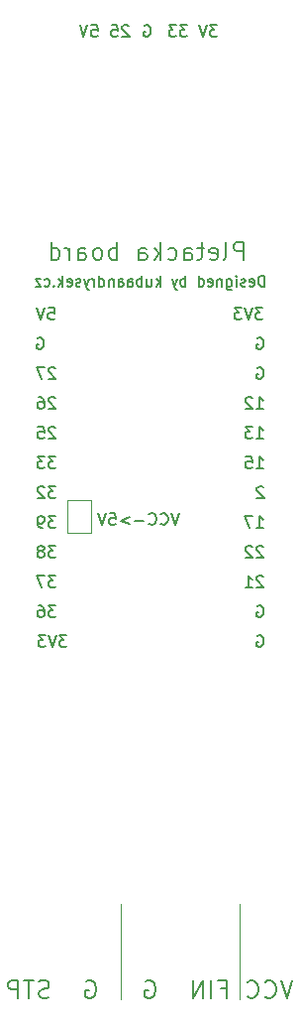
<source format=gbr>
G04 #@! TF.GenerationSoftware,KiCad,Pcbnew,5.1.5+dfsg1-2build2*
G04 #@! TF.CreationDate,2020-10-21T19:02:22+02:00*
G04 #@! TF.ProjectId,Pletacka-board,506c6574-6163-46b6-912d-626f6172642e,rev?*
G04 #@! TF.SameCoordinates,Original*
G04 #@! TF.FileFunction,Legend,Bot*
G04 #@! TF.FilePolarity,Positive*
%FSLAX46Y46*%
G04 Gerber Fmt 4.6, Leading zero omitted, Abs format (unit mm)*
G04 Created by KiCad (PCBNEW 5.1.5+dfsg1-2build2) date 2020-10-21 19:02:22*
%MOMM*%
%LPD*%
G04 APERTURE LIST*
%ADD10C,0.150000*%
%ADD11C,0.120000*%
G04 APERTURE END LIST*
D10*
X149018190Y-106386380D02*
X148684857Y-107386380D01*
X148351523Y-106386380D01*
X147446761Y-107291142D02*
X147494380Y-107338761D01*
X147637238Y-107386380D01*
X147732476Y-107386380D01*
X147875333Y-107338761D01*
X147970571Y-107243523D01*
X148018190Y-107148285D01*
X148065809Y-106957809D01*
X148065809Y-106814952D01*
X148018190Y-106624476D01*
X147970571Y-106529238D01*
X147875333Y-106434000D01*
X147732476Y-106386380D01*
X147637238Y-106386380D01*
X147494380Y-106434000D01*
X147446761Y-106481619D01*
X146446761Y-107291142D02*
X146494380Y-107338761D01*
X146637238Y-107386380D01*
X146732476Y-107386380D01*
X146875333Y-107338761D01*
X146970571Y-107243523D01*
X147018190Y-107148285D01*
X147065809Y-106957809D01*
X147065809Y-106814952D01*
X147018190Y-106624476D01*
X146970571Y-106529238D01*
X146875333Y-106434000D01*
X146732476Y-106386380D01*
X146637238Y-106386380D01*
X146494380Y-106434000D01*
X146446761Y-106481619D01*
X146018190Y-107005428D02*
X145256285Y-107005428D01*
X144780095Y-106719714D02*
X144018190Y-107005428D01*
X144780095Y-107291142D01*
X143065809Y-106386380D02*
X143542000Y-106386380D01*
X143589619Y-106862571D01*
X143542000Y-106814952D01*
X143446761Y-106767333D01*
X143208666Y-106767333D01*
X143113428Y-106814952D01*
X143065809Y-106862571D01*
X143018190Y-106957809D01*
X143018190Y-107195904D01*
X143065809Y-107291142D01*
X143113428Y-107338761D01*
X143208666Y-107386380D01*
X143446761Y-107386380D01*
X143542000Y-107338761D01*
X143589619Y-107291142D01*
X142732476Y-106386380D02*
X142399142Y-107386380D01*
X142065809Y-106386380D01*
X146042095Y-64778000D02*
X146137333Y-64730380D01*
X146280190Y-64730380D01*
X146423047Y-64778000D01*
X146518285Y-64873238D01*
X146565904Y-64968476D01*
X146613523Y-65158952D01*
X146613523Y-65301809D01*
X146565904Y-65492285D01*
X146518285Y-65587523D01*
X146423047Y-65682761D01*
X146280190Y-65730380D01*
X146184952Y-65730380D01*
X146042095Y-65682761D01*
X145994476Y-65635142D01*
X145994476Y-65301809D01*
X146184952Y-65301809D01*
X152288095Y-64730380D02*
X151669047Y-64730380D01*
X152002380Y-65111333D01*
X151859523Y-65111333D01*
X151764285Y-65158952D01*
X151716666Y-65206571D01*
X151669047Y-65301809D01*
X151669047Y-65539904D01*
X151716666Y-65635142D01*
X151764285Y-65682761D01*
X151859523Y-65730380D01*
X152145238Y-65730380D01*
X152240476Y-65682761D01*
X152288095Y-65635142D01*
X151383333Y-64730380D02*
X151050000Y-65730380D01*
X150716666Y-64730380D01*
X149716666Y-64730380D02*
X149097619Y-64730380D01*
X149430952Y-65111333D01*
X149288095Y-65111333D01*
X149192857Y-65158952D01*
X149145238Y-65206571D01*
X149097619Y-65301809D01*
X149097619Y-65539904D01*
X149145238Y-65635142D01*
X149192857Y-65682761D01*
X149288095Y-65730380D01*
X149573809Y-65730380D01*
X149669047Y-65682761D01*
X149716666Y-65635142D01*
X148764285Y-64730380D02*
X148145238Y-64730380D01*
X148478571Y-65111333D01*
X148335714Y-65111333D01*
X148240476Y-65158952D01*
X148192857Y-65206571D01*
X148145238Y-65301809D01*
X148145238Y-65539904D01*
X148192857Y-65635142D01*
X148240476Y-65682761D01*
X148335714Y-65730380D01*
X148621428Y-65730380D01*
X148716666Y-65682761D01*
X148764285Y-65635142D01*
X144716666Y-64825619D02*
X144669047Y-64778000D01*
X144573809Y-64730380D01*
X144335714Y-64730380D01*
X144240476Y-64778000D01*
X144192857Y-64825619D01*
X144145238Y-64920857D01*
X144145238Y-65016095D01*
X144192857Y-65158952D01*
X144764285Y-65730380D01*
X144145238Y-65730380D01*
X143240476Y-64730380D02*
X143716666Y-64730380D01*
X143764285Y-65206571D01*
X143716666Y-65158952D01*
X143621428Y-65111333D01*
X143383333Y-65111333D01*
X143288095Y-65158952D01*
X143240476Y-65206571D01*
X143192857Y-65301809D01*
X143192857Y-65539904D01*
X143240476Y-65635142D01*
X143288095Y-65682761D01*
X143383333Y-65730380D01*
X143621428Y-65730380D01*
X143716666Y-65682761D01*
X143764285Y-65635142D01*
X141526190Y-64730380D02*
X142002380Y-64730380D01*
X142050000Y-65206571D01*
X142002380Y-65158952D01*
X141907142Y-65111333D01*
X141669047Y-65111333D01*
X141573809Y-65158952D01*
X141526190Y-65206571D01*
X141478571Y-65301809D01*
X141478571Y-65539904D01*
X141526190Y-65635142D01*
X141573809Y-65682761D01*
X141669047Y-65730380D01*
X141907142Y-65730380D01*
X142002380Y-65682761D01*
X142050000Y-65635142D01*
X141192857Y-64730380D02*
X140859523Y-65730380D01*
X140526190Y-64730380D01*
X156308000Y-87021142D02*
X156308000Y-86121142D01*
X156093714Y-86121142D01*
X155965142Y-86164000D01*
X155879428Y-86249714D01*
X155836571Y-86335428D01*
X155793714Y-86506857D01*
X155793714Y-86635428D01*
X155836571Y-86806857D01*
X155879428Y-86892571D01*
X155965142Y-86978285D01*
X156093714Y-87021142D01*
X156308000Y-87021142D01*
X155065142Y-86978285D02*
X155150857Y-87021142D01*
X155322285Y-87021142D01*
X155408000Y-86978285D01*
X155450857Y-86892571D01*
X155450857Y-86549714D01*
X155408000Y-86464000D01*
X155322285Y-86421142D01*
X155150857Y-86421142D01*
X155065142Y-86464000D01*
X155022285Y-86549714D01*
X155022285Y-86635428D01*
X155450857Y-86721142D01*
X154679428Y-86978285D02*
X154593714Y-87021142D01*
X154422285Y-87021142D01*
X154336571Y-86978285D01*
X154293714Y-86892571D01*
X154293714Y-86849714D01*
X154336571Y-86764000D01*
X154422285Y-86721142D01*
X154550857Y-86721142D01*
X154636571Y-86678285D01*
X154679428Y-86592571D01*
X154679428Y-86549714D01*
X154636571Y-86464000D01*
X154550857Y-86421142D01*
X154422285Y-86421142D01*
X154336571Y-86464000D01*
X153908000Y-87021142D02*
X153908000Y-86421142D01*
X153908000Y-86121142D02*
X153950857Y-86164000D01*
X153908000Y-86206857D01*
X153865142Y-86164000D01*
X153908000Y-86121142D01*
X153908000Y-86206857D01*
X153093714Y-86421142D02*
X153093714Y-87149714D01*
X153136571Y-87235428D01*
X153179428Y-87278285D01*
X153265142Y-87321142D01*
X153393714Y-87321142D01*
X153479428Y-87278285D01*
X153093714Y-86978285D02*
X153179428Y-87021142D01*
X153350857Y-87021142D01*
X153436571Y-86978285D01*
X153479428Y-86935428D01*
X153522285Y-86849714D01*
X153522285Y-86592571D01*
X153479428Y-86506857D01*
X153436571Y-86464000D01*
X153350857Y-86421142D01*
X153179428Y-86421142D01*
X153093714Y-86464000D01*
X152665142Y-86421142D02*
X152665142Y-87021142D01*
X152665142Y-86506857D02*
X152622285Y-86464000D01*
X152536571Y-86421142D01*
X152408000Y-86421142D01*
X152322285Y-86464000D01*
X152279428Y-86549714D01*
X152279428Y-87021142D01*
X151508000Y-86978285D02*
X151593714Y-87021142D01*
X151765142Y-87021142D01*
X151850857Y-86978285D01*
X151893714Y-86892571D01*
X151893714Y-86549714D01*
X151850857Y-86464000D01*
X151765142Y-86421142D01*
X151593714Y-86421142D01*
X151508000Y-86464000D01*
X151465142Y-86549714D01*
X151465142Y-86635428D01*
X151893714Y-86721142D01*
X150693714Y-87021142D02*
X150693714Y-86121142D01*
X150693714Y-86978285D02*
X150779428Y-87021142D01*
X150950857Y-87021142D01*
X151036571Y-86978285D01*
X151079428Y-86935428D01*
X151122285Y-86849714D01*
X151122285Y-86592571D01*
X151079428Y-86506857D01*
X151036571Y-86464000D01*
X150950857Y-86421142D01*
X150779428Y-86421142D01*
X150693714Y-86464000D01*
X149579428Y-87021142D02*
X149579428Y-86121142D01*
X149579428Y-86464000D02*
X149493714Y-86421142D01*
X149322285Y-86421142D01*
X149236571Y-86464000D01*
X149193714Y-86506857D01*
X149150857Y-86592571D01*
X149150857Y-86849714D01*
X149193714Y-86935428D01*
X149236571Y-86978285D01*
X149322285Y-87021142D01*
X149493714Y-87021142D01*
X149579428Y-86978285D01*
X148850857Y-86421142D02*
X148636571Y-87021142D01*
X148422285Y-86421142D02*
X148636571Y-87021142D01*
X148722285Y-87235428D01*
X148765142Y-87278285D01*
X148850857Y-87321142D01*
X147393714Y-87021142D02*
X147393714Y-86121142D01*
X147308000Y-86678285D02*
X147050857Y-87021142D01*
X147050857Y-86421142D02*
X147393714Y-86764000D01*
X146279428Y-86421142D02*
X146279428Y-87021142D01*
X146665142Y-86421142D02*
X146665142Y-86892571D01*
X146622285Y-86978285D01*
X146536571Y-87021142D01*
X146408000Y-87021142D01*
X146322285Y-86978285D01*
X146279428Y-86935428D01*
X145850857Y-87021142D02*
X145850857Y-86121142D01*
X145850857Y-86464000D02*
X145765142Y-86421142D01*
X145593714Y-86421142D01*
X145508000Y-86464000D01*
X145465142Y-86506857D01*
X145422285Y-86592571D01*
X145422285Y-86849714D01*
X145465142Y-86935428D01*
X145508000Y-86978285D01*
X145593714Y-87021142D01*
X145765142Y-87021142D01*
X145850857Y-86978285D01*
X144650857Y-87021142D02*
X144650857Y-86549714D01*
X144693714Y-86464000D01*
X144779428Y-86421142D01*
X144950857Y-86421142D01*
X145036571Y-86464000D01*
X144650857Y-86978285D02*
X144736571Y-87021142D01*
X144950857Y-87021142D01*
X145036571Y-86978285D01*
X145079428Y-86892571D01*
X145079428Y-86806857D01*
X145036571Y-86721142D01*
X144950857Y-86678285D01*
X144736571Y-86678285D01*
X144650857Y-86635428D01*
X143836571Y-87021142D02*
X143836571Y-86549714D01*
X143879428Y-86464000D01*
X143965142Y-86421142D01*
X144136571Y-86421142D01*
X144222285Y-86464000D01*
X143836571Y-86978285D02*
X143922285Y-87021142D01*
X144136571Y-87021142D01*
X144222285Y-86978285D01*
X144265142Y-86892571D01*
X144265142Y-86806857D01*
X144222285Y-86721142D01*
X144136571Y-86678285D01*
X143922285Y-86678285D01*
X143836571Y-86635428D01*
X143408000Y-86421142D02*
X143408000Y-87021142D01*
X143408000Y-86506857D02*
X143365142Y-86464000D01*
X143279428Y-86421142D01*
X143150857Y-86421142D01*
X143065142Y-86464000D01*
X143022285Y-86549714D01*
X143022285Y-87021142D01*
X142208000Y-87021142D02*
X142208000Y-86121142D01*
X142208000Y-86978285D02*
X142293714Y-87021142D01*
X142465142Y-87021142D01*
X142550857Y-86978285D01*
X142593714Y-86935428D01*
X142636571Y-86849714D01*
X142636571Y-86592571D01*
X142593714Y-86506857D01*
X142550857Y-86464000D01*
X142465142Y-86421142D01*
X142293714Y-86421142D01*
X142208000Y-86464000D01*
X141779428Y-87021142D02*
X141779428Y-86421142D01*
X141779428Y-86592571D02*
X141736571Y-86506857D01*
X141693714Y-86464000D01*
X141608000Y-86421142D01*
X141522285Y-86421142D01*
X141308000Y-86421142D02*
X141093714Y-87021142D01*
X140879428Y-86421142D02*
X141093714Y-87021142D01*
X141179428Y-87235428D01*
X141222285Y-87278285D01*
X141308000Y-87321142D01*
X140579428Y-86978285D02*
X140493714Y-87021142D01*
X140322285Y-87021142D01*
X140236571Y-86978285D01*
X140193714Y-86892571D01*
X140193714Y-86849714D01*
X140236571Y-86764000D01*
X140322285Y-86721142D01*
X140450857Y-86721142D01*
X140536571Y-86678285D01*
X140579428Y-86592571D01*
X140579428Y-86549714D01*
X140536571Y-86464000D01*
X140450857Y-86421142D01*
X140322285Y-86421142D01*
X140236571Y-86464000D01*
X139465142Y-86978285D02*
X139550857Y-87021142D01*
X139722285Y-87021142D01*
X139808000Y-86978285D01*
X139850857Y-86892571D01*
X139850857Y-86549714D01*
X139808000Y-86464000D01*
X139722285Y-86421142D01*
X139550857Y-86421142D01*
X139465142Y-86464000D01*
X139422285Y-86549714D01*
X139422285Y-86635428D01*
X139850857Y-86721142D01*
X139036571Y-87021142D02*
X139036571Y-86121142D01*
X138950857Y-86678285D02*
X138693714Y-87021142D01*
X138693714Y-86421142D02*
X139036571Y-86764000D01*
X138307999Y-86935428D02*
X138265142Y-86978285D01*
X138307999Y-87021142D01*
X138350857Y-86978285D01*
X138307999Y-86935428D01*
X138307999Y-87021142D01*
X137493714Y-86978285D02*
X137579428Y-87021142D01*
X137750857Y-87021142D01*
X137836571Y-86978285D01*
X137879428Y-86935428D01*
X137922285Y-86849714D01*
X137922285Y-86592571D01*
X137879428Y-86506857D01*
X137836571Y-86464000D01*
X137750857Y-86421142D01*
X137579428Y-86421142D01*
X137493714Y-86464000D01*
X137193714Y-86421142D02*
X136722285Y-86421142D01*
X137193714Y-87021142D01*
X136722285Y-87021142D01*
X154518285Y-84752571D02*
X154518285Y-83252571D01*
X153946857Y-83252571D01*
X153804000Y-83324000D01*
X153732571Y-83395428D01*
X153661142Y-83538285D01*
X153661142Y-83752571D01*
X153732571Y-83895428D01*
X153804000Y-83966857D01*
X153946857Y-84038285D01*
X154518285Y-84038285D01*
X152804000Y-84752571D02*
X152946857Y-84681142D01*
X153018285Y-84538285D01*
X153018285Y-83252571D01*
X151661142Y-84681142D02*
X151804000Y-84752571D01*
X152089714Y-84752571D01*
X152232571Y-84681142D01*
X152304000Y-84538285D01*
X152304000Y-83966857D01*
X152232571Y-83824000D01*
X152089714Y-83752571D01*
X151804000Y-83752571D01*
X151661142Y-83824000D01*
X151589714Y-83966857D01*
X151589714Y-84109714D01*
X152304000Y-84252571D01*
X151161142Y-83752571D02*
X150589714Y-83752571D01*
X150946857Y-83252571D02*
X150946857Y-84538285D01*
X150875428Y-84681142D01*
X150732571Y-84752571D01*
X150589714Y-84752571D01*
X149446857Y-84752571D02*
X149446857Y-83966857D01*
X149518285Y-83824000D01*
X149661142Y-83752571D01*
X149946857Y-83752571D01*
X150089714Y-83824000D01*
X149446857Y-84681142D02*
X149589714Y-84752571D01*
X149946857Y-84752571D01*
X150089714Y-84681142D01*
X150161142Y-84538285D01*
X150161142Y-84395428D01*
X150089714Y-84252571D01*
X149946857Y-84181142D01*
X149589714Y-84181142D01*
X149446857Y-84109714D01*
X148089714Y-84681142D02*
X148232571Y-84752571D01*
X148518285Y-84752571D01*
X148661142Y-84681142D01*
X148732571Y-84609714D01*
X148804000Y-84466857D01*
X148804000Y-84038285D01*
X148732571Y-83895428D01*
X148661142Y-83824000D01*
X148518285Y-83752571D01*
X148232571Y-83752571D01*
X148089714Y-83824000D01*
X147446857Y-84752571D02*
X147446857Y-83252571D01*
X147304000Y-84181142D02*
X146875428Y-84752571D01*
X146875428Y-83752571D02*
X147446857Y-84324000D01*
X145589714Y-84752571D02*
X145589714Y-83966857D01*
X145661142Y-83824000D01*
X145804000Y-83752571D01*
X146089714Y-83752571D01*
X146232571Y-83824000D01*
X145589714Y-84681142D02*
X145732571Y-84752571D01*
X146089714Y-84752571D01*
X146232571Y-84681142D01*
X146304000Y-84538285D01*
X146304000Y-84395428D01*
X146232571Y-84252571D01*
X146089714Y-84181142D01*
X145732571Y-84181142D01*
X145589714Y-84109714D01*
X143732571Y-84752571D02*
X143732571Y-83252571D01*
X143732571Y-83824000D02*
X143589714Y-83752571D01*
X143304000Y-83752571D01*
X143161142Y-83824000D01*
X143089714Y-83895428D01*
X143018285Y-84038285D01*
X143018285Y-84466857D01*
X143089714Y-84609714D01*
X143161142Y-84681142D01*
X143304000Y-84752571D01*
X143589714Y-84752571D01*
X143732571Y-84681142D01*
X142161142Y-84752571D02*
X142304000Y-84681142D01*
X142375428Y-84609714D01*
X142446857Y-84466857D01*
X142446857Y-84038285D01*
X142375428Y-83895428D01*
X142304000Y-83824000D01*
X142161142Y-83752571D01*
X141946857Y-83752571D01*
X141804000Y-83824000D01*
X141732571Y-83895428D01*
X141661142Y-84038285D01*
X141661142Y-84466857D01*
X141732571Y-84609714D01*
X141804000Y-84681142D01*
X141946857Y-84752571D01*
X142161142Y-84752571D01*
X140375428Y-84752571D02*
X140375428Y-83966857D01*
X140446857Y-83824000D01*
X140589714Y-83752571D01*
X140875428Y-83752571D01*
X141018285Y-83824000D01*
X140375428Y-84681142D02*
X140518285Y-84752571D01*
X140875428Y-84752571D01*
X141018285Y-84681142D01*
X141089714Y-84538285D01*
X141089714Y-84395428D01*
X141018285Y-84252571D01*
X140875428Y-84181142D01*
X140518285Y-84181142D01*
X140375428Y-84109714D01*
X139661142Y-84752571D02*
X139661142Y-83752571D01*
X139661142Y-84038285D02*
X139589714Y-83895428D01*
X139518285Y-83824000D01*
X139375428Y-83752571D01*
X139232571Y-83752571D01*
X138089714Y-84752571D02*
X138089714Y-83252571D01*
X138089714Y-84681142D02*
X138232571Y-84752571D01*
X138518285Y-84752571D01*
X138661142Y-84681142D01*
X138732571Y-84609714D01*
X138804000Y-84466857D01*
X138804000Y-84038285D01*
X138732571Y-83895428D01*
X138661142Y-83824000D01*
X138518285Y-83752571D01*
X138232571Y-83752571D01*
X138089714Y-83824000D01*
D11*
X144018000Y-139700000D02*
X144018000Y-147828000D01*
X154178000Y-139700000D02*
X154178000Y-147828000D01*
D10*
X137894000Y-147673142D02*
X137679714Y-147744571D01*
X137322571Y-147744571D01*
X137179714Y-147673142D01*
X137108285Y-147601714D01*
X137036857Y-147458857D01*
X137036857Y-147316000D01*
X137108285Y-147173142D01*
X137179714Y-147101714D01*
X137322571Y-147030285D01*
X137608285Y-146958857D01*
X137751142Y-146887428D01*
X137822571Y-146816000D01*
X137894000Y-146673142D01*
X137894000Y-146530285D01*
X137822571Y-146387428D01*
X137751142Y-146316000D01*
X137608285Y-146244571D01*
X137251142Y-146244571D01*
X137036857Y-146316000D01*
X136608285Y-146244571D02*
X135751142Y-146244571D01*
X136179714Y-147744571D02*
X136179714Y-146244571D01*
X135251142Y-147744571D02*
X135251142Y-146244571D01*
X134679714Y-146244571D01*
X134536857Y-146316000D01*
X134465428Y-146387428D01*
X134394000Y-146530285D01*
X134394000Y-146744571D01*
X134465428Y-146887428D01*
X134536857Y-146958857D01*
X134679714Y-147030285D01*
X135251142Y-147030285D01*
X141085142Y-146316000D02*
X141228000Y-146244571D01*
X141442285Y-146244571D01*
X141656571Y-146316000D01*
X141799428Y-146458857D01*
X141870857Y-146601714D01*
X141942285Y-146887428D01*
X141942285Y-147101714D01*
X141870857Y-147387428D01*
X141799428Y-147530285D01*
X141656571Y-147673142D01*
X141442285Y-147744571D01*
X141299428Y-147744571D01*
X141085142Y-147673142D01*
X141013714Y-147601714D01*
X141013714Y-147101714D01*
X141299428Y-147101714D01*
X158718000Y-146244571D02*
X158218000Y-147744571D01*
X157718000Y-146244571D01*
X156360857Y-147601714D02*
X156432285Y-147673142D01*
X156646571Y-147744571D01*
X156789428Y-147744571D01*
X157003714Y-147673142D01*
X157146571Y-147530285D01*
X157218000Y-147387428D01*
X157289428Y-147101714D01*
X157289428Y-146887428D01*
X157218000Y-146601714D01*
X157146571Y-146458857D01*
X157003714Y-146316000D01*
X156789428Y-146244571D01*
X156646571Y-146244571D01*
X156432285Y-146316000D01*
X156360857Y-146387428D01*
X154860857Y-147601714D02*
X154932285Y-147673142D01*
X155146571Y-147744571D01*
X155289428Y-147744571D01*
X155503714Y-147673142D01*
X155646571Y-147530285D01*
X155718000Y-147387428D01*
X155789428Y-147101714D01*
X155789428Y-146887428D01*
X155718000Y-146601714D01*
X155646571Y-146458857D01*
X155503714Y-146316000D01*
X155289428Y-146244571D01*
X155146571Y-146244571D01*
X154932285Y-146316000D01*
X154860857Y-146387428D01*
X152566571Y-146958857D02*
X153066571Y-146958857D01*
X153066571Y-147744571D02*
X153066571Y-146244571D01*
X152352285Y-146244571D01*
X151780857Y-147744571D02*
X151780857Y-146244571D01*
X151066571Y-147744571D02*
X151066571Y-146244571D01*
X150209428Y-147744571D01*
X150209428Y-146244571D01*
X146165142Y-146316000D02*
X146308000Y-146244571D01*
X146522285Y-146244571D01*
X146736571Y-146316000D01*
X146879428Y-146458857D01*
X146950857Y-146601714D01*
X147022285Y-146887428D01*
X147022285Y-147101714D01*
X146950857Y-147387428D01*
X146879428Y-147530285D01*
X146736571Y-147673142D01*
X146522285Y-147744571D01*
X146379428Y-147744571D01*
X146165142Y-147673142D01*
X146093714Y-147601714D01*
X146093714Y-147101714D01*
X146379428Y-147101714D01*
D11*
G04 #@! TO.C,JP1*
X141462000Y-108080000D02*
X141462000Y-105280000D01*
X141462000Y-105280000D02*
X139462000Y-105280000D01*
X139462000Y-105280000D02*
X139462000Y-108080000D01*
X139462000Y-108080000D02*
X141462000Y-108080000D01*
G04 #@! TO.C,ESP1*
D10*
X138477523Y-111720380D02*
X137858476Y-111720380D01*
X138191809Y-112101333D01*
X138048952Y-112101333D01*
X137953714Y-112148952D01*
X137906095Y-112196571D01*
X137858476Y-112291809D01*
X137858476Y-112529904D01*
X137906095Y-112625142D01*
X137953714Y-112672761D01*
X138048952Y-112720380D01*
X138334666Y-112720380D01*
X138429904Y-112672761D01*
X138477523Y-112625142D01*
X137525142Y-111720380D02*
X136858476Y-111720380D01*
X137287047Y-112720380D01*
X138477523Y-101560380D02*
X137858476Y-101560380D01*
X138191809Y-101941333D01*
X138048952Y-101941333D01*
X137953714Y-101988952D01*
X137906095Y-102036571D01*
X137858476Y-102131809D01*
X137858476Y-102369904D01*
X137906095Y-102465142D01*
X137953714Y-102512761D01*
X138048952Y-102560380D01*
X138334666Y-102560380D01*
X138429904Y-102512761D01*
X138477523Y-102465142D01*
X137525142Y-101560380D02*
X136906095Y-101560380D01*
X137239428Y-101941333D01*
X137096571Y-101941333D01*
X137001333Y-101988952D01*
X136953714Y-102036571D01*
X136906095Y-102131809D01*
X136906095Y-102369904D01*
X136953714Y-102465142D01*
X137001333Y-102512761D01*
X137096571Y-102560380D01*
X137382285Y-102560380D01*
X137477523Y-102512761D01*
X137525142Y-102465142D01*
X138477523Y-114260380D02*
X137858476Y-114260380D01*
X138191809Y-114641333D01*
X138048952Y-114641333D01*
X137953714Y-114688952D01*
X137906095Y-114736571D01*
X137858476Y-114831809D01*
X137858476Y-115069904D01*
X137906095Y-115165142D01*
X137953714Y-115212761D01*
X138048952Y-115260380D01*
X138334666Y-115260380D01*
X138429904Y-115212761D01*
X138477523Y-115165142D01*
X137001333Y-114260380D02*
X137191809Y-114260380D01*
X137287047Y-114308000D01*
X137334666Y-114355619D01*
X137429904Y-114498476D01*
X137477523Y-114688952D01*
X137477523Y-115069904D01*
X137429904Y-115165142D01*
X137382285Y-115212761D01*
X137287047Y-115260380D01*
X137096571Y-115260380D01*
X137001333Y-115212761D01*
X136953714Y-115165142D01*
X136906095Y-115069904D01*
X136906095Y-114831809D01*
X136953714Y-114736571D01*
X137001333Y-114688952D01*
X137096571Y-114641333D01*
X137287047Y-114641333D01*
X137382285Y-114688952D01*
X137429904Y-114736571D01*
X137477523Y-114831809D01*
X138429904Y-99115619D02*
X138382285Y-99068000D01*
X138287047Y-99020380D01*
X138048952Y-99020380D01*
X137953714Y-99068000D01*
X137906095Y-99115619D01*
X137858476Y-99210857D01*
X137858476Y-99306095D01*
X137906095Y-99448952D01*
X138477523Y-100020380D01*
X137858476Y-100020380D01*
X136953714Y-99020380D02*
X137429904Y-99020380D01*
X137477523Y-99496571D01*
X137429904Y-99448952D01*
X137334666Y-99401333D01*
X137096571Y-99401333D01*
X137001333Y-99448952D01*
X136953714Y-99496571D01*
X136906095Y-99591809D01*
X136906095Y-99829904D01*
X136953714Y-99925142D01*
X137001333Y-99972761D01*
X137096571Y-100020380D01*
X137334666Y-100020380D01*
X137429904Y-99972761D01*
X137477523Y-99925142D01*
X138477523Y-104100380D02*
X137858476Y-104100380D01*
X138191809Y-104481333D01*
X138048952Y-104481333D01*
X137953714Y-104528952D01*
X137906095Y-104576571D01*
X137858476Y-104671809D01*
X137858476Y-104909904D01*
X137906095Y-105005142D01*
X137953714Y-105052761D01*
X138048952Y-105100380D01*
X138334666Y-105100380D01*
X138429904Y-105052761D01*
X138477523Y-105005142D01*
X137477523Y-104195619D02*
X137429904Y-104148000D01*
X137334666Y-104100380D01*
X137096571Y-104100380D01*
X137001333Y-104148000D01*
X136953714Y-104195619D01*
X136906095Y-104290857D01*
X136906095Y-104386095D01*
X136953714Y-104528952D01*
X137525142Y-105100380D01*
X136906095Y-105100380D01*
X138477523Y-106640380D02*
X137858476Y-106640380D01*
X138191809Y-107021333D01*
X138048952Y-107021333D01*
X137953714Y-107068952D01*
X137906095Y-107116571D01*
X137858476Y-107211809D01*
X137858476Y-107449904D01*
X137906095Y-107545142D01*
X137953714Y-107592761D01*
X138048952Y-107640380D01*
X138334666Y-107640380D01*
X138429904Y-107592761D01*
X138477523Y-107545142D01*
X137382285Y-107640380D02*
X137191809Y-107640380D01*
X137096571Y-107592761D01*
X137048952Y-107545142D01*
X136953714Y-107402285D01*
X136906095Y-107211809D01*
X136906095Y-106830857D01*
X136953714Y-106735619D01*
X137001333Y-106688000D01*
X137096571Y-106640380D01*
X137287047Y-106640380D01*
X137382285Y-106688000D01*
X137429904Y-106735619D01*
X137477523Y-106830857D01*
X137477523Y-107068952D01*
X137429904Y-107164190D01*
X137382285Y-107211809D01*
X137287047Y-107259428D01*
X137096571Y-107259428D01*
X137001333Y-107211809D01*
X136953714Y-107164190D01*
X136906095Y-107068952D01*
X138477523Y-109180380D02*
X137858476Y-109180380D01*
X138191809Y-109561333D01*
X138048952Y-109561333D01*
X137953714Y-109608952D01*
X137906095Y-109656571D01*
X137858476Y-109751809D01*
X137858476Y-109989904D01*
X137906095Y-110085142D01*
X137953714Y-110132761D01*
X138048952Y-110180380D01*
X138334666Y-110180380D01*
X138429904Y-110132761D01*
X138477523Y-110085142D01*
X137287047Y-109608952D02*
X137382285Y-109561333D01*
X137429904Y-109513714D01*
X137477523Y-109418476D01*
X137477523Y-109370857D01*
X137429904Y-109275619D01*
X137382285Y-109228000D01*
X137287047Y-109180380D01*
X137096571Y-109180380D01*
X137001333Y-109228000D01*
X136953714Y-109275619D01*
X136906095Y-109370857D01*
X136906095Y-109418476D01*
X136953714Y-109513714D01*
X137001333Y-109561333D01*
X137096571Y-109608952D01*
X137287047Y-109608952D01*
X137382285Y-109656571D01*
X137429904Y-109704190D01*
X137477523Y-109799428D01*
X137477523Y-109989904D01*
X137429904Y-110085142D01*
X137382285Y-110132761D01*
X137287047Y-110180380D01*
X137096571Y-110180380D01*
X137001333Y-110132761D01*
X136953714Y-110085142D01*
X136906095Y-109989904D01*
X136906095Y-109799428D01*
X136953714Y-109704190D01*
X137001333Y-109656571D01*
X137096571Y-109608952D01*
X138429904Y-94035619D02*
X138382285Y-93988000D01*
X138287047Y-93940380D01*
X138048952Y-93940380D01*
X137953714Y-93988000D01*
X137906095Y-94035619D01*
X137858476Y-94130857D01*
X137858476Y-94226095D01*
X137906095Y-94368952D01*
X138477523Y-94940380D01*
X137858476Y-94940380D01*
X137525142Y-93940380D02*
X136858476Y-93940380D01*
X137287047Y-94940380D01*
X139414095Y-116800380D02*
X138795047Y-116800380D01*
X139128380Y-117181333D01*
X138985523Y-117181333D01*
X138890285Y-117228952D01*
X138842666Y-117276571D01*
X138795047Y-117371809D01*
X138795047Y-117609904D01*
X138842666Y-117705142D01*
X138890285Y-117752761D01*
X138985523Y-117800380D01*
X139271238Y-117800380D01*
X139366476Y-117752761D01*
X139414095Y-117705142D01*
X138509333Y-116800380D02*
X138176000Y-117800380D01*
X137842666Y-116800380D01*
X137604571Y-116800380D02*
X136985523Y-116800380D01*
X137318857Y-117181333D01*
X137176000Y-117181333D01*
X137080761Y-117228952D01*
X137033142Y-117276571D01*
X136985523Y-117371809D01*
X136985523Y-117609904D01*
X137033142Y-117705142D01*
X137080761Y-117752761D01*
X137176000Y-117800380D01*
X137461714Y-117800380D01*
X137556952Y-117752761D01*
X137604571Y-117705142D01*
X138429904Y-96575619D02*
X138382285Y-96528000D01*
X138287047Y-96480380D01*
X138048952Y-96480380D01*
X137953714Y-96528000D01*
X137906095Y-96575619D01*
X137858476Y-96670857D01*
X137858476Y-96766095D01*
X137906095Y-96908952D01*
X138477523Y-97480380D01*
X137858476Y-97480380D01*
X137001333Y-96480380D02*
X137191809Y-96480380D01*
X137287047Y-96528000D01*
X137334666Y-96575619D01*
X137429904Y-96718476D01*
X137477523Y-96908952D01*
X137477523Y-97289904D01*
X137429904Y-97385142D01*
X137382285Y-97432761D01*
X137287047Y-97480380D01*
X137096571Y-97480380D01*
X137001333Y-97432761D01*
X136953714Y-97385142D01*
X136906095Y-97289904D01*
X136906095Y-97051809D01*
X136953714Y-96956571D01*
X137001333Y-96908952D01*
X137096571Y-96861333D01*
X137287047Y-96861333D01*
X137382285Y-96908952D01*
X137429904Y-96956571D01*
X137477523Y-97051809D01*
X136898095Y-91448000D02*
X136993333Y-91400380D01*
X137136190Y-91400380D01*
X137279047Y-91448000D01*
X137374285Y-91543238D01*
X137421904Y-91638476D01*
X137469523Y-91828952D01*
X137469523Y-91971809D01*
X137421904Y-92162285D01*
X137374285Y-92257523D01*
X137279047Y-92352761D01*
X137136190Y-92400380D01*
X137040952Y-92400380D01*
X136898095Y-92352761D01*
X136850476Y-92305142D01*
X136850476Y-91971809D01*
X137040952Y-91971809D01*
X137858476Y-88860380D02*
X138334666Y-88860380D01*
X138382285Y-89336571D01*
X138334666Y-89288952D01*
X138239428Y-89241333D01*
X138001333Y-89241333D01*
X137906095Y-89288952D01*
X137858476Y-89336571D01*
X137810857Y-89431809D01*
X137810857Y-89669904D01*
X137858476Y-89765142D01*
X137906095Y-89812761D01*
X138001333Y-89860380D01*
X138239428Y-89860380D01*
X138334666Y-89812761D01*
X138382285Y-89765142D01*
X137525142Y-88860380D02*
X137191809Y-89860380D01*
X136858476Y-88860380D01*
X155694095Y-116848000D02*
X155789333Y-116800380D01*
X155932190Y-116800380D01*
X156075047Y-116848000D01*
X156170285Y-116943238D01*
X156217904Y-117038476D01*
X156265523Y-117228952D01*
X156265523Y-117371809D01*
X156217904Y-117562285D01*
X156170285Y-117657523D01*
X156075047Y-117752761D01*
X155932190Y-117800380D01*
X155836952Y-117800380D01*
X155694095Y-117752761D01*
X155646476Y-117705142D01*
X155646476Y-117371809D01*
X155836952Y-117371809D01*
X155638476Y-100020380D02*
X156209904Y-100020380D01*
X155924190Y-100020380D02*
X155924190Y-99020380D01*
X156019428Y-99163238D01*
X156114666Y-99258476D01*
X156209904Y-99306095D01*
X155305142Y-99020380D02*
X154686095Y-99020380D01*
X155019428Y-99401333D01*
X154876571Y-99401333D01*
X154781333Y-99448952D01*
X154733714Y-99496571D01*
X154686095Y-99591809D01*
X154686095Y-99829904D01*
X154733714Y-99925142D01*
X154781333Y-99972761D01*
X154876571Y-100020380D01*
X155162285Y-100020380D01*
X155257523Y-99972761D01*
X155305142Y-99925142D01*
X155694095Y-93988000D02*
X155789333Y-93940380D01*
X155932190Y-93940380D01*
X156075047Y-93988000D01*
X156170285Y-94083238D01*
X156217904Y-94178476D01*
X156265523Y-94368952D01*
X156265523Y-94511809D01*
X156217904Y-94702285D01*
X156170285Y-94797523D01*
X156075047Y-94892761D01*
X155932190Y-94940380D01*
X155836952Y-94940380D01*
X155694095Y-94892761D01*
X155646476Y-94845142D01*
X155646476Y-94511809D01*
X155836952Y-94511809D01*
X155694095Y-91448000D02*
X155789333Y-91400380D01*
X155932190Y-91400380D01*
X156075047Y-91448000D01*
X156170285Y-91543238D01*
X156217904Y-91638476D01*
X156265523Y-91828952D01*
X156265523Y-91971809D01*
X156217904Y-92162285D01*
X156170285Y-92257523D01*
X156075047Y-92352761D01*
X155932190Y-92400380D01*
X155836952Y-92400380D01*
X155694095Y-92352761D01*
X155646476Y-92305142D01*
X155646476Y-91971809D01*
X155836952Y-91971809D01*
X155694095Y-114308000D02*
X155789333Y-114260380D01*
X155932190Y-114260380D01*
X156075047Y-114308000D01*
X156170285Y-114403238D01*
X156217904Y-114498476D01*
X156265523Y-114688952D01*
X156265523Y-114831809D01*
X156217904Y-115022285D01*
X156170285Y-115117523D01*
X156075047Y-115212761D01*
X155932190Y-115260380D01*
X155836952Y-115260380D01*
X155694095Y-115212761D01*
X155646476Y-115165142D01*
X155646476Y-114831809D01*
X155836952Y-114831809D01*
X155638476Y-102560380D02*
X156209904Y-102560380D01*
X155924190Y-102560380D02*
X155924190Y-101560380D01*
X156019428Y-101703238D01*
X156114666Y-101798476D01*
X156209904Y-101846095D01*
X154733714Y-101560380D02*
X155209904Y-101560380D01*
X155257523Y-102036571D01*
X155209904Y-101988952D01*
X155114666Y-101941333D01*
X154876571Y-101941333D01*
X154781333Y-101988952D01*
X154733714Y-102036571D01*
X154686095Y-102131809D01*
X154686095Y-102369904D01*
X154733714Y-102465142D01*
X154781333Y-102512761D01*
X154876571Y-102560380D01*
X155114666Y-102560380D01*
X155209904Y-102512761D01*
X155257523Y-102465142D01*
X156209904Y-109275619D02*
X156162285Y-109228000D01*
X156067047Y-109180380D01*
X155828952Y-109180380D01*
X155733714Y-109228000D01*
X155686095Y-109275619D01*
X155638476Y-109370857D01*
X155638476Y-109466095D01*
X155686095Y-109608952D01*
X156257523Y-110180380D01*
X155638476Y-110180380D01*
X155257523Y-109275619D02*
X155209904Y-109228000D01*
X155114666Y-109180380D01*
X154876571Y-109180380D01*
X154781333Y-109228000D01*
X154733714Y-109275619D01*
X154686095Y-109370857D01*
X154686095Y-109466095D01*
X154733714Y-109608952D01*
X155305142Y-110180380D01*
X154686095Y-110180380D01*
X155638476Y-97480380D02*
X156209904Y-97480380D01*
X155924190Y-97480380D02*
X155924190Y-96480380D01*
X156019428Y-96623238D01*
X156114666Y-96718476D01*
X156209904Y-96766095D01*
X155257523Y-96575619D02*
X155209904Y-96528000D01*
X155114666Y-96480380D01*
X154876571Y-96480380D01*
X154781333Y-96528000D01*
X154733714Y-96575619D01*
X154686095Y-96670857D01*
X154686095Y-96766095D01*
X154733714Y-96908952D01*
X155305142Y-97480380D01*
X154686095Y-97480380D01*
X156178095Y-88860380D02*
X155559047Y-88860380D01*
X155892380Y-89241333D01*
X155749523Y-89241333D01*
X155654285Y-89288952D01*
X155606666Y-89336571D01*
X155559047Y-89431809D01*
X155559047Y-89669904D01*
X155606666Y-89765142D01*
X155654285Y-89812761D01*
X155749523Y-89860380D01*
X156035238Y-89860380D01*
X156130476Y-89812761D01*
X156178095Y-89765142D01*
X155273333Y-88860380D02*
X154940000Y-89860380D01*
X154606666Y-88860380D01*
X154368571Y-88860380D02*
X153749523Y-88860380D01*
X154082857Y-89241333D01*
X153940000Y-89241333D01*
X153844761Y-89288952D01*
X153797142Y-89336571D01*
X153749523Y-89431809D01*
X153749523Y-89669904D01*
X153797142Y-89765142D01*
X153844761Y-89812761D01*
X153940000Y-89860380D01*
X154225714Y-89860380D01*
X154320952Y-89812761D01*
X154368571Y-89765142D01*
X156209904Y-111815619D02*
X156162285Y-111768000D01*
X156067047Y-111720380D01*
X155828952Y-111720380D01*
X155733714Y-111768000D01*
X155686095Y-111815619D01*
X155638476Y-111910857D01*
X155638476Y-112006095D01*
X155686095Y-112148952D01*
X156257523Y-112720380D01*
X155638476Y-112720380D01*
X154686095Y-112720380D02*
X155257523Y-112720380D01*
X154971809Y-112720380D02*
X154971809Y-111720380D01*
X155067047Y-111863238D01*
X155162285Y-111958476D01*
X155257523Y-112006095D01*
X156241714Y-104195619D02*
X156194095Y-104148000D01*
X156098857Y-104100380D01*
X155860761Y-104100380D01*
X155765523Y-104148000D01*
X155717904Y-104195619D01*
X155670285Y-104290857D01*
X155670285Y-104386095D01*
X155717904Y-104528952D01*
X156289333Y-105100380D01*
X155670285Y-105100380D01*
X155638476Y-107640380D02*
X156209904Y-107640380D01*
X155924190Y-107640380D02*
X155924190Y-106640380D01*
X156019428Y-106783238D01*
X156114666Y-106878476D01*
X156209904Y-106926095D01*
X155305142Y-106640380D02*
X154638476Y-106640380D01*
X155067047Y-107640380D01*
G04 #@! TD*
M02*

</source>
